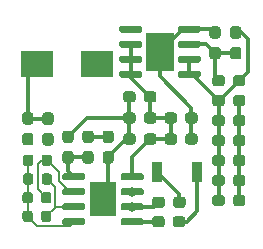
<source format=gbr>
%TF.GenerationSoftware,KiCad,Pcbnew,(5.1.6-0-10_14)*%
%TF.CreationDate,2020-10-30T22:45:03+08:00*%
%TF.ProjectId,Zeeuss,5a656575-7373-42e6-9b69-6361645f7063,rev?*%
%TF.SameCoordinates,Original*%
%TF.FileFunction,Copper,L1,Top*%
%TF.FilePolarity,Positive*%
%FSLAX46Y46*%
G04 Gerber Fmt 4.6, Leading zero omitted, Abs format (unit mm)*
G04 Created by KiCad (PCBNEW (5.1.6-0-10_14)) date 2020-10-30 22:45:03*
%MOMM*%
%LPD*%
G01*
G04 APERTURE LIST*
%TA.AperFunction,SMDPad,CuDef*%
%ADD10R,2.290000X3.000000*%
%TD*%
%TA.AperFunction,SMDPad,CuDef*%
%ADD11R,2.410000X3.300000*%
%TD*%
%TA.AperFunction,SMDPad,CuDef*%
%ADD12R,0.900000X1.700000*%
%TD*%
%TA.AperFunction,SMDPad,CuDef*%
%ADD13R,2.700000X2.200000*%
%TD*%
%TA.AperFunction,ViaPad*%
%ADD14C,0.800000*%
%TD*%
%TA.AperFunction,Conductor*%
%ADD15C,0.350000*%
%TD*%
%TA.AperFunction,Conductor*%
%ADD16C,0.200000*%
%TD*%
G04 APERTURE END LIST*
%TO.P,C12,2*%
%TO.N,Earth*%
%TA.AperFunction,SMDPad,CuDef*%
G36*
G01*
X118275000Y-108870832D02*
X118275000Y-108395832D01*
G75*
G02*
X118512500Y-108158332I237500J0D01*
G01*
X119087500Y-108158332D01*
G75*
G02*
X119325000Y-108395832I0J-237500D01*
G01*
X119325000Y-108870832D01*
G75*
G02*
X119087500Y-109108332I-237500J0D01*
G01*
X118512500Y-109108332D01*
G75*
G02*
X118275000Y-108870832I0J237500D01*
G01*
G37*
%TD.AperFunction*%
%TO.P,C12,1*%
%TO.N,+3V3*%
%TA.AperFunction,SMDPad,CuDef*%
G36*
G01*
X116525000Y-108870832D02*
X116525000Y-108395832D01*
G75*
G02*
X116762500Y-108158332I237500J0D01*
G01*
X117337500Y-108158332D01*
G75*
G02*
X117575000Y-108395832I0J-237500D01*
G01*
X117575000Y-108870832D01*
G75*
G02*
X117337500Y-109108332I-237500J0D01*
G01*
X116762500Y-109108332D01*
G75*
G02*
X116525000Y-108870832I0J237500D01*
G01*
G37*
%TD.AperFunction*%
%TD*%
%TO.P,C11,2*%
%TO.N,Earth*%
%TA.AperFunction,SMDPad,CuDef*%
G36*
G01*
X118275000Y-113945830D02*
X118275000Y-113470830D01*
G75*
G02*
X118512500Y-113233330I237500J0D01*
G01*
X119087500Y-113233330D01*
G75*
G02*
X119325000Y-113470830I0J-237500D01*
G01*
X119325000Y-113945830D01*
G75*
G02*
X119087500Y-114183330I-237500J0D01*
G01*
X118512500Y-114183330D01*
G75*
G02*
X118275000Y-113945830I0J237500D01*
G01*
G37*
%TD.AperFunction*%
%TO.P,C11,1*%
%TO.N,+3V3*%
%TA.AperFunction,SMDPad,CuDef*%
G36*
G01*
X116525000Y-113945830D02*
X116525000Y-113470830D01*
G75*
G02*
X116762500Y-113233330I237500J0D01*
G01*
X117337500Y-113233330D01*
G75*
G02*
X117575000Y-113470830I0J-237500D01*
G01*
X117575000Y-113945830D01*
G75*
G02*
X117337500Y-114183330I-237500J0D01*
G01*
X116762500Y-114183330D01*
G75*
G02*
X116525000Y-113945830I0J237500D01*
G01*
G37*
%TD.AperFunction*%
%TD*%
%TO.P,C10,2*%
%TO.N,Earth*%
%TA.AperFunction,SMDPad,CuDef*%
G36*
G01*
X118275000Y-112254164D02*
X118275000Y-111779164D01*
G75*
G02*
X118512500Y-111541664I237500J0D01*
G01*
X119087500Y-111541664D01*
G75*
G02*
X119325000Y-111779164I0J-237500D01*
G01*
X119325000Y-112254164D01*
G75*
G02*
X119087500Y-112491664I-237500J0D01*
G01*
X118512500Y-112491664D01*
G75*
G02*
X118275000Y-112254164I0J237500D01*
G01*
G37*
%TD.AperFunction*%
%TO.P,C10,1*%
%TO.N,+3V3*%
%TA.AperFunction,SMDPad,CuDef*%
G36*
G01*
X116525000Y-112254164D02*
X116525000Y-111779164D01*
G75*
G02*
X116762500Y-111541664I237500J0D01*
G01*
X117337500Y-111541664D01*
G75*
G02*
X117575000Y-111779164I0J-237500D01*
G01*
X117575000Y-112254164D01*
G75*
G02*
X117337500Y-112491664I-237500J0D01*
G01*
X116762500Y-112491664D01*
G75*
G02*
X116525000Y-112254164I0J237500D01*
G01*
G37*
%TD.AperFunction*%
%TD*%
%TO.P,C5,2*%
%TO.N,Earth*%
%TA.AperFunction,SMDPad,CuDef*%
G36*
G01*
X118275000Y-115637500D02*
X118275000Y-115162500D01*
G75*
G02*
X118512500Y-114925000I237500J0D01*
G01*
X119087500Y-114925000D01*
G75*
G02*
X119325000Y-115162500I0J-237500D01*
G01*
X119325000Y-115637500D01*
G75*
G02*
X119087500Y-115875000I-237500J0D01*
G01*
X118512500Y-115875000D01*
G75*
G02*
X118275000Y-115637500I0J237500D01*
G01*
G37*
%TD.AperFunction*%
%TO.P,C5,1*%
%TO.N,+3V3*%
%TA.AperFunction,SMDPad,CuDef*%
G36*
G01*
X116525000Y-115637500D02*
X116525000Y-115162500D01*
G75*
G02*
X116762500Y-114925000I237500J0D01*
G01*
X117337500Y-114925000D01*
G75*
G02*
X117575000Y-115162500I0J-237500D01*
G01*
X117575000Y-115637500D01*
G75*
G02*
X117337500Y-115875000I-237500J0D01*
G01*
X116762500Y-115875000D01*
G75*
G02*
X116525000Y-115637500I0J237500D01*
G01*
G37*
%TD.AperFunction*%
%TD*%
%TO.P,C2,2*%
%TO.N,Earth*%
%TA.AperFunction,SMDPad,CuDef*%
G36*
G01*
X118275000Y-110562498D02*
X118275000Y-110087498D01*
G75*
G02*
X118512500Y-109849998I237500J0D01*
G01*
X119087500Y-109849998D01*
G75*
G02*
X119325000Y-110087498I0J-237500D01*
G01*
X119325000Y-110562498D01*
G75*
G02*
X119087500Y-110799998I-237500J0D01*
G01*
X118512500Y-110799998D01*
G75*
G02*
X118275000Y-110562498I0J237500D01*
G01*
G37*
%TD.AperFunction*%
%TO.P,C2,1*%
%TO.N,+3V3*%
%TA.AperFunction,SMDPad,CuDef*%
G36*
G01*
X116525000Y-110562498D02*
X116525000Y-110087498D01*
G75*
G02*
X116762500Y-109849998I237500J0D01*
G01*
X117337500Y-109849998D01*
G75*
G02*
X117575000Y-110087498I0J-237500D01*
G01*
X117575000Y-110562498D01*
G75*
G02*
X117337500Y-110799998I-237500J0D01*
G01*
X116762500Y-110799998D01*
G75*
G02*
X116525000Y-110562498I0J237500D01*
G01*
G37*
%TD.AperFunction*%
%TD*%
%TO.P,C1,2*%
%TO.N,Earth*%
%TA.AperFunction,SMDPad,CuDef*%
G36*
G01*
X118275000Y-107179166D02*
X118275000Y-106704166D01*
G75*
G02*
X118512500Y-106466666I237500J0D01*
G01*
X119087500Y-106466666D01*
G75*
G02*
X119325000Y-106704166I0J-237500D01*
G01*
X119325000Y-107179166D01*
G75*
G02*
X119087500Y-107416666I-237500J0D01*
G01*
X118512500Y-107416666D01*
G75*
G02*
X118275000Y-107179166I0J237500D01*
G01*
G37*
%TD.AperFunction*%
%TO.P,C1,1*%
%TO.N,+3V3*%
%TA.AperFunction,SMDPad,CuDef*%
G36*
G01*
X116525000Y-107179166D02*
X116525000Y-106704166D01*
G75*
G02*
X116762500Y-106466666I237500J0D01*
G01*
X117337500Y-106466666D01*
G75*
G02*
X117575000Y-106704166I0J-237500D01*
G01*
X117575000Y-107179166D01*
G75*
G02*
X117337500Y-107416666I-237500J0D01*
G01*
X116762500Y-107416666D01*
G75*
G02*
X116525000Y-107179166I0J237500D01*
G01*
G37*
%TD.AperFunction*%
%TD*%
D10*
%TO.P,U2,9*%
%TO.N,Earth*%
X107250000Y-115300000D03*
%TO.P,U2,8*%
%TO.N,+5V*%
%TA.AperFunction,SMDPad,CuDef*%
G36*
G01*
X108750000Y-113545000D02*
X108750000Y-113245000D01*
G75*
G02*
X108900000Y-113095000I150000J0D01*
G01*
X110550000Y-113095000D01*
G75*
G02*
X110700000Y-113245000I0J-150000D01*
G01*
X110700000Y-113545000D01*
G75*
G02*
X110550000Y-113695000I-150000J0D01*
G01*
X108900000Y-113695000D01*
G75*
G02*
X108750000Y-113545000I0J150000D01*
G01*
G37*
%TD.AperFunction*%
%TO.P,U2,7*%
%TO.N,Net-(L2-Pad1)*%
%TA.AperFunction,SMDPad,CuDef*%
G36*
G01*
X108750000Y-114815000D02*
X108750000Y-114515000D01*
G75*
G02*
X108900000Y-114365000I150000J0D01*
G01*
X110550000Y-114365000D01*
G75*
G02*
X110700000Y-114515000I0J-150000D01*
G01*
X110700000Y-114815000D01*
G75*
G02*
X110550000Y-114965000I-150000J0D01*
G01*
X108900000Y-114965000D01*
G75*
G02*
X108750000Y-114815000I0J150000D01*
G01*
G37*
%TD.AperFunction*%
%TO.P,U2,6*%
%TO.N,Net-(C15-Pad1)*%
%TA.AperFunction,SMDPad,CuDef*%
G36*
G01*
X108750000Y-116085000D02*
X108750000Y-115785000D01*
G75*
G02*
X108900000Y-115635000I150000J0D01*
G01*
X110550000Y-115635000D01*
G75*
G02*
X110700000Y-115785000I0J-150000D01*
G01*
X110700000Y-116085000D01*
G75*
G02*
X110550000Y-116235000I-150000J0D01*
G01*
X108900000Y-116235000D01*
G75*
G02*
X108750000Y-116085000I0J150000D01*
G01*
G37*
%TD.AperFunction*%
%TO.P,U2,5*%
%TO.N,Net-(R3-Pad1)*%
%TA.AperFunction,SMDPad,CuDef*%
G36*
G01*
X108750000Y-117355000D02*
X108750000Y-117055000D01*
G75*
G02*
X108900000Y-116905000I150000J0D01*
G01*
X110550000Y-116905000D01*
G75*
G02*
X110700000Y-117055000I0J-150000D01*
G01*
X110700000Y-117355000D01*
G75*
G02*
X110550000Y-117505000I-150000J0D01*
G01*
X108900000Y-117505000D01*
G75*
G02*
X108750000Y-117355000I0J150000D01*
G01*
G37*
%TD.AperFunction*%
%TO.P,U2,4*%
%TO.N,Net-(D1-Pad1)*%
%TA.AperFunction,SMDPad,CuDef*%
G36*
G01*
X103800000Y-117355000D02*
X103800000Y-117055000D01*
G75*
G02*
X103950000Y-116905000I150000J0D01*
G01*
X105600000Y-116905000D01*
G75*
G02*
X105750000Y-117055000I0J-150000D01*
G01*
X105750000Y-117355000D01*
G75*
G02*
X105600000Y-117505000I-150000J0D01*
G01*
X103950000Y-117505000D01*
G75*
G02*
X103800000Y-117355000I0J150000D01*
G01*
G37*
%TD.AperFunction*%
%TO.P,U2,3*%
%TO.N,Net-(D2-Pad2)*%
%TA.AperFunction,SMDPad,CuDef*%
G36*
G01*
X103800000Y-116085000D02*
X103800000Y-115785000D01*
G75*
G02*
X103950000Y-115635000I150000J0D01*
G01*
X105600000Y-115635000D01*
G75*
G02*
X105750000Y-115785000I0J-150000D01*
G01*
X105750000Y-116085000D01*
G75*
G02*
X105600000Y-116235000I-150000J0D01*
G01*
X103950000Y-116235000D01*
G75*
G02*
X103800000Y-116085000I0J150000D01*
G01*
G37*
%TD.AperFunction*%
%TO.P,U2,2*%
%TO.N,Net-(D1-Pad2)*%
%TA.AperFunction,SMDPad,CuDef*%
G36*
G01*
X103800000Y-114815000D02*
X103800000Y-114515000D01*
G75*
G02*
X103950000Y-114365000I150000J0D01*
G01*
X105600000Y-114365000D01*
G75*
G02*
X105750000Y-114515000I0J-150000D01*
G01*
X105750000Y-114815000D01*
G75*
G02*
X105600000Y-114965000I-150000J0D01*
G01*
X103950000Y-114965000D01*
G75*
G02*
X103800000Y-114815000I0J150000D01*
G01*
G37*
%TD.AperFunction*%
%TO.P,U2,1*%
%TO.N,VBUS*%
%TA.AperFunction,SMDPad,CuDef*%
G36*
G01*
X103800000Y-113545000D02*
X103800000Y-113245000D01*
G75*
G02*
X103950000Y-113095000I150000J0D01*
G01*
X105600000Y-113095000D01*
G75*
G02*
X105750000Y-113245000I0J-150000D01*
G01*
X105750000Y-113545000D01*
G75*
G02*
X105600000Y-113695000I-150000J0D01*
G01*
X103950000Y-113695000D01*
G75*
G02*
X103800000Y-113545000I0J150000D01*
G01*
G37*
%TD.AperFunction*%
%TD*%
D11*
%TO.P,U1,9*%
%TO.N,Earth*%
X112100000Y-102800000D03*
%TO.P,U1,8*%
%TO.N,+5V*%
%TA.AperFunction,SMDPad,CuDef*%
G36*
G01*
X110600000Y-104555000D02*
X110600000Y-104855000D01*
G75*
G02*
X110450000Y-105005000I-150000J0D01*
G01*
X108800000Y-105005000D01*
G75*
G02*
X108650000Y-104855000I0J150000D01*
G01*
X108650000Y-104555000D01*
G75*
G02*
X108800000Y-104405000I150000J0D01*
G01*
X110450000Y-104405000D01*
G75*
G02*
X110600000Y-104555000I0J-150000D01*
G01*
G37*
%TD.AperFunction*%
%TO.P,U1,7*%
%TA.AperFunction,SMDPad,CuDef*%
G36*
G01*
X110600000Y-103285000D02*
X110600000Y-103585000D01*
G75*
G02*
X110450000Y-103735000I-150000J0D01*
G01*
X108800000Y-103735000D01*
G75*
G02*
X108650000Y-103585000I0J150000D01*
G01*
X108650000Y-103285000D01*
G75*
G02*
X108800000Y-103135000I150000J0D01*
G01*
X110450000Y-103135000D01*
G75*
G02*
X110600000Y-103285000I0J-150000D01*
G01*
G37*
%TD.AperFunction*%
%TO.P,U1,6*%
%TA.AperFunction,SMDPad,CuDef*%
G36*
G01*
X110600000Y-102015000D02*
X110600000Y-102315000D01*
G75*
G02*
X110450000Y-102465000I-150000J0D01*
G01*
X108800000Y-102465000D01*
G75*
G02*
X108650000Y-102315000I0J150000D01*
G01*
X108650000Y-102015000D01*
G75*
G02*
X108800000Y-101865000I150000J0D01*
G01*
X110450000Y-101865000D01*
G75*
G02*
X110600000Y-102015000I0J-150000D01*
G01*
G37*
%TD.AperFunction*%
%TO.P,U1,5*%
%TO.N,Net-(U1-Pad5)*%
%TA.AperFunction,SMDPad,CuDef*%
G36*
G01*
X110600000Y-100745000D02*
X110600000Y-101045000D01*
G75*
G02*
X110450000Y-101195000I-150000J0D01*
G01*
X108800000Y-101195000D01*
G75*
G02*
X108650000Y-101045000I0J150000D01*
G01*
X108650000Y-100745000D01*
G75*
G02*
X108800000Y-100595000I150000J0D01*
G01*
X110450000Y-100595000D01*
G75*
G02*
X110600000Y-100745000I0J-150000D01*
G01*
G37*
%TD.AperFunction*%
%TO.P,U1,4*%
%TO.N,Earth*%
%TA.AperFunction,SMDPad,CuDef*%
G36*
G01*
X115550000Y-100745000D02*
X115550000Y-101045000D01*
G75*
G02*
X115400000Y-101195000I-150000J0D01*
G01*
X113750000Y-101195000D01*
G75*
G02*
X113600000Y-101045000I0J150000D01*
G01*
X113600000Y-100745000D01*
G75*
G02*
X113750000Y-100595000I150000J0D01*
G01*
X115400000Y-100595000D01*
G75*
G02*
X115550000Y-100745000I0J-150000D01*
G01*
G37*
%TD.AperFunction*%
%TO.P,U1,3*%
%TO.N,Net-(C23-Pad2)*%
%TA.AperFunction,SMDPad,CuDef*%
G36*
G01*
X115550000Y-102015000D02*
X115550000Y-102315000D01*
G75*
G02*
X115400000Y-102465000I-150000J0D01*
G01*
X113750000Y-102465000D01*
G75*
G02*
X113600000Y-102315000I0J150000D01*
G01*
X113600000Y-102015000D01*
G75*
G02*
X113750000Y-101865000I150000J0D01*
G01*
X115400000Y-101865000D01*
G75*
G02*
X115550000Y-102015000I0J-150000D01*
G01*
G37*
%TD.AperFunction*%
%TO.P,U1,2*%
%TO.N,+3V3*%
%TA.AperFunction,SMDPad,CuDef*%
G36*
G01*
X115550000Y-103285000D02*
X115550000Y-103585000D01*
G75*
G02*
X115400000Y-103735000I-150000J0D01*
G01*
X113750000Y-103735000D01*
G75*
G02*
X113600000Y-103585000I0J150000D01*
G01*
X113600000Y-103285000D01*
G75*
G02*
X113750000Y-103135000I150000J0D01*
G01*
X115400000Y-103135000D01*
G75*
G02*
X115550000Y-103285000I0J-150000D01*
G01*
G37*
%TD.AperFunction*%
%TO.P,U1,1*%
%TA.AperFunction,SMDPad,CuDef*%
G36*
G01*
X115550000Y-104555000D02*
X115550000Y-104855000D01*
G75*
G02*
X115400000Y-105005000I-150000J0D01*
G01*
X113750000Y-105005000D01*
G75*
G02*
X113600000Y-104855000I0J150000D01*
G01*
X113600000Y-104555000D01*
G75*
G02*
X113750000Y-104405000I150000J0D01*
G01*
X115400000Y-104405000D01*
G75*
G02*
X115550000Y-104555000I0J-150000D01*
G01*
G37*
%TD.AperFunction*%
%TD*%
D12*
%TO.P,SW1,2*%
%TO.N,Earth*%
X111850000Y-113000000D03*
%TO.P,SW1,1*%
%TO.N,Net-(R3-Pad2)*%
X115250000Y-113000000D03*
%TD*%
%TO.P,R10,2*%
%TO.N,Net-(C23-Pad2)*%
%TA.AperFunction,SMDPad,CuDef*%
G36*
G01*
X116512500Y-102400000D02*
X116987500Y-102400000D01*
G75*
G02*
X117225000Y-102637500I0J-237500D01*
G01*
X117225000Y-103212500D01*
G75*
G02*
X116987500Y-103450000I-237500J0D01*
G01*
X116512500Y-103450000D01*
G75*
G02*
X116275000Y-103212500I0J237500D01*
G01*
X116275000Y-102637500D01*
G75*
G02*
X116512500Y-102400000I237500J0D01*
G01*
G37*
%TD.AperFunction*%
%TO.P,R10,1*%
%TO.N,Earth*%
%TA.AperFunction,SMDPad,CuDef*%
G36*
G01*
X116512500Y-100650000D02*
X116987500Y-100650000D01*
G75*
G02*
X117225000Y-100887500I0J-237500D01*
G01*
X117225000Y-101462500D01*
G75*
G02*
X116987500Y-101700000I-237500J0D01*
G01*
X116512500Y-101700000D01*
G75*
G02*
X116275000Y-101462500I0J237500D01*
G01*
X116275000Y-100887500D01*
G75*
G02*
X116512500Y-100650000I237500J0D01*
G01*
G37*
%TD.AperFunction*%
%TD*%
%TO.P,R9,2*%
%TO.N,+3V3*%
%TA.AperFunction,SMDPad,CuDef*%
G36*
G01*
X118275000Y-105487500D02*
X118275000Y-105012500D01*
G75*
G02*
X118512500Y-104775000I237500J0D01*
G01*
X119087500Y-104775000D01*
G75*
G02*
X119325000Y-105012500I0J-237500D01*
G01*
X119325000Y-105487500D01*
G75*
G02*
X119087500Y-105725000I-237500J0D01*
G01*
X118512500Y-105725000D01*
G75*
G02*
X118275000Y-105487500I0J237500D01*
G01*
G37*
%TD.AperFunction*%
%TO.P,R9,1*%
%TO.N,Net-(C23-Pad2)*%
%TA.AperFunction,SMDPad,CuDef*%
G36*
G01*
X116525000Y-105487500D02*
X116525000Y-105012500D01*
G75*
G02*
X116762500Y-104775000I237500J0D01*
G01*
X117337500Y-104775000D01*
G75*
G02*
X117575000Y-105012500I0J-237500D01*
G01*
X117575000Y-105487500D01*
G75*
G02*
X117337500Y-105725000I-237500J0D01*
G01*
X116762500Y-105725000D01*
G75*
G02*
X116525000Y-105487500I0J237500D01*
G01*
G37*
%TD.AperFunction*%
%TD*%
%TO.P,R5,2*%
%TO.N,Net-(C15-Pad1)*%
%TA.AperFunction,SMDPad,CuDef*%
G36*
G01*
X102362500Y-109700000D02*
X102837500Y-109700000D01*
G75*
G02*
X103075000Y-109937500I0J-237500D01*
G01*
X103075000Y-110512500D01*
G75*
G02*
X102837500Y-110750000I-237500J0D01*
G01*
X102362500Y-110750000D01*
G75*
G02*
X102125000Y-110512500I0J237500D01*
G01*
X102125000Y-109937500D01*
G75*
G02*
X102362500Y-109700000I237500J0D01*
G01*
G37*
%TD.AperFunction*%
%TO.P,R5,1*%
%TO.N,+BATT*%
%TA.AperFunction,SMDPad,CuDef*%
G36*
G01*
X102362500Y-107950000D02*
X102837500Y-107950000D01*
G75*
G02*
X103075000Y-108187500I0J-237500D01*
G01*
X103075000Y-108762500D01*
G75*
G02*
X102837500Y-109000000I-237500J0D01*
G01*
X102362500Y-109000000D01*
G75*
G02*
X102125000Y-108762500I0J237500D01*
G01*
X102125000Y-108187500D01*
G75*
G02*
X102362500Y-107950000I237500J0D01*
G01*
G37*
%TD.AperFunction*%
%TD*%
%TO.P,R3,2*%
%TO.N,Net-(R3-Pad2)*%
%TA.AperFunction,SMDPad,CuDef*%
G36*
G01*
X113175000Y-117437500D02*
X113175000Y-116962500D01*
G75*
G02*
X113412500Y-116725000I237500J0D01*
G01*
X113987500Y-116725000D01*
G75*
G02*
X114225000Y-116962500I0J-237500D01*
G01*
X114225000Y-117437500D01*
G75*
G02*
X113987500Y-117675000I-237500J0D01*
G01*
X113412500Y-117675000D01*
G75*
G02*
X113175000Y-117437500I0J237500D01*
G01*
G37*
%TD.AperFunction*%
%TO.P,R3,1*%
%TO.N,Net-(R3-Pad1)*%
%TA.AperFunction,SMDPad,CuDef*%
G36*
G01*
X111425000Y-117437500D02*
X111425000Y-116962500D01*
G75*
G02*
X111662500Y-116725000I237500J0D01*
G01*
X112237500Y-116725000D01*
G75*
G02*
X112475000Y-116962500I0J-237500D01*
G01*
X112475000Y-117437500D01*
G75*
G02*
X112237500Y-117675000I-237500J0D01*
G01*
X111662500Y-117675000D01*
G75*
G02*
X111425000Y-117437500I0J237500D01*
G01*
G37*
%TD.AperFunction*%
%TD*%
%TO.P,R1,2*%
%TO.N,Net-(C6-Pad1)*%
%TA.AperFunction,SMDPad,CuDef*%
G36*
G01*
X106237500Y-110525000D02*
X105762500Y-110525000D01*
G75*
G02*
X105525000Y-110287500I0J237500D01*
G01*
X105525000Y-109712500D01*
G75*
G02*
X105762500Y-109475000I237500J0D01*
G01*
X106237500Y-109475000D01*
G75*
G02*
X106475000Y-109712500I0J-237500D01*
G01*
X106475000Y-110287500D01*
G75*
G02*
X106237500Y-110525000I-237500J0D01*
G01*
G37*
%TD.AperFunction*%
%TO.P,R1,1*%
%TO.N,VBUS*%
%TA.AperFunction,SMDPad,CuDef*%
G36*
G01*
X106237500Y-112275000D02*
X105762500Y-112275000D01*
G75*
G02*
X105525000Y-112037500I0J237500D01*
G01*
X105525000Y-111462500D01*
G75*
G02*
X105762500Y-111225000I237500J0D01*
G01*
X106237500Y-111225000D01*
G75*
G02*
X106475000Y-111462500I0J-237500D01*
G01*
X106475000Y-112037500D01*
G75*
G02*
X106237500Y-112275000I-237500J0D01*
G01*
G37*
%TD.AperFunction*%
%TD*%
D13*
%TO.P,L2,2*%
%TO.N,+BATT*%
X101650000Y-103850000D03*
%TO.P,L2,1*%
%TO.N,Net-(L2-Pad1)*%
X106750000Y-103850000D03*
%TD*%
%TO.P,D4,2*%
%TO.N,Net-(D1-Pad1)*%
%TA.AperFunction,SMDPad,CuDef*%
G36*
G01*
X101322500Y-116493749D02*
X101322500Y-117006249D01*
G75*
G02*
X101103750Y-117224999I-218750J0D01*
G01*
X100666250Y-117224999D01*
G75*
G02*
X100447500Y-117006249I0J218750D01*
G01*
X100447500Y-116493749D01*
G75*
G02*
X100666250Y-116274999I218750J0D01*
G01*
X101103750Y-116274999D01*
G75*
G02*
X101322500Y-116493749I0J-218750D01*
G01*
G37*
%TD.AperFunction*%
%TO.P,D4,1*%
%TO.N,Net-(D2-Pad2)*%
%TA.AperFunction,SMDPad,CuDef*%
G36*
G01*
X102897500Y-116493749D02*
X102897500Y-117006249D01*
G75*
G02*
X102678750Y-117224999I-218750J0D01*
G01*
X102241250Y-117224999D01*
G75*
G02*
X102022500Y-117006249I0J218750D01*
G01*
X102022500Y-116493749D01*
G75*
G02*
X102241250Y-116274999I218750J0D01*
G01*
X102678750Y-116274999D01*
G75*
G02*
X102897500Y-116493749I0J-218750D01*
G01*
G37*
%TD.AperFunction*%
%TD*%
%TO.P,D3,2*%
%TO.N,Net-(D1-Pad1)*%
%TA.AperFunction,SMDPad,CuDef*%
G36*
G01*
X101322500Y-114910416D02*
X101322500Y-115422916D01*
G75*
G02*
X101103750Y-115641666I-218750J0D01*
G01*
X100666250Y-115641666D01*
G75*
G02*
X100447500Y-115422916I0J218750D01*
G01*
X100447500Y-114910416D01*
G75*
G02*
X100666250Y-114691666I218750J0D01*
G01*
X101103750Y-114691666D01*
G75*
G02*
X101322500Y-114910416I0J-218750D01*
G01*
G37*
%TD.AperFunction*%
%TO.P,D3,1*%
%TO.N,Net-(D1-Pad2)*%
%TA.AperFunction,SMDPad,CuDef*%
G36*
G01*
X102897500Y-114910416D02*
X102897500Y-115422916D01*
G75*
G02*
X102678750Y-115641666I-218750J0D01*
G01*
X102241250Y-115641666D01*
G75*
G02*
X102022500Y-115422916I0J218750D01*
G01*
X102022500Y-114910416D01*
G75*
G02*
X102241250Y-114691666I218750J0D01*
G01*
X102678750Y-114691666D01*
G75*
G02*
X102897500Y-114910416I0J-218750D01*
G01*
G37*
%TD.AperFunction*%
%TD*%
%TO.P,D2,2*%
%TO.N,Net-(D2-Pad2)*%
%TA.AperFunction,SMDPad,CuDef*%
G36*
G01*
X102062500Y-113839583D02*
X102062500Y-113327083D01*
G75*
G02*
X102281250Y-113108333I218750J0D01*
G01*
X102718750Y-113108333D01*
G75*
G02*
X102937500Y-113327083I0J-218750D01*
G01*
X102937500Y-113839583D01*
G75*
G02*
X102718750Y-114058333I-218750J0D01*
G01*
X102281250Y-114058333D01*
G75*
G02*
X102062500Y-113839583I0J218750D01*
G01*
G37*
%TD.AperFunction*%
%TO.P,D2,1*%
%TO.N,Net-(D1-Pad1)*%
%TA.AperFunction,SMDPad,CuDef*%
G36*
G01*
X100487500Y-113839583D02*
X100487500Y-113327083D01*
G75*
G02*
X100706250Y-113108333I218750J0D01*
G01*
X101143750Y-113108333D01*
G75*
G02*
X101362500Y-113327083I0J-218750D01*
G01*
X101362500Y-113839583D01*
G75*
G02*
X101143750Y-114058333I-218750J0D01*
G01*
X100706250Y-114058333D01*
G75*
G02*
X100487500Y-113839583I0J218750D01*
G01*
G37*
%TD.AperFunction*%
%TD*%
%TO.P,D1,2*%
%TO.N,Net-(D1-Pad2)*%
%TA.AperFunction,SMDPad,CuDef*%
G36*
G01*
X102062500Y-112256250D02*
X102062500Y-111743750D01*
G75*
G02*
X102281250Y-111525000I218750J0D01*
G01*
X102718750Y-111525000D01*
G75*
G02*
X102937500Y-111743750I0J-218750D01*
G01*
X102937500Y-112256250D01*
G75*
G02*
X102718750Y-112475000I-218750J0D01*
G01*
X102281250Y-112475000D01*
G75*
G02*
X102062500Y-112256250I0J218750D01*
G01*
G37*
%TD.AperFunction*%
%TO.P,D1,1*%
%TO.N,Net-(D1-Pad1)*%
%TA.AperFunction,SMDPad,CuDef*%
G36*
G01*
X100487500Y-112256250D02*
X100487500Y-111743750D01*
G75*
G02*
X100706250Y-111525000I218750J0D01*
G01*
X101143750Y-111525000D01*
G75*
G02*
X101362500Y-111743750I0J-218750D01*
G01*
X101362500Y-112256250D01*
G75*
G02*
X101143750Y-112475000I-218750J0D01*
G01*
X100706250Y-112475000D01*
G75*
G02*
X100487500Y-112256250I0J218750D01*
G01*
G37*
%TD.AperFunction*%
%TD*%
%TO.P,C23,2*%
%TO.N,Net-(C23-Pad2)*%
%TA.AperFunction,SMDPad,CuDef*%
G36*
G01*
X118262500Y-102400000D02*
X118737500Y-102400000D01*
G75*
G02*
X118975000Y-102637500I0J-237500D01*
G01*
X118975000Y-103212500D01*
G75*
G02*
X118737500Y-103450000I-237500J0D01*
G01*
X118262500Y-103450000D01*
G75*
G02*
X118025000Y-103212500I0J237500D01*
G01*
X118025000Y-102637500D01*
G75*
G02*
X118262500Y-102400000I237500J0D01*
G01*
G37*
%TD.AperFunction*%
%TO.P,C23,1*%
%TO.N,+3V3*%
%TA.AperFunction,SMDPad,CuDef*%
G36*
G01*
X118262500Y-100650000D02*
X118737500Y-100650000D01*
G75*
G02*
X118975000Y-100887500I0J-237500D01*
G01*
X118975000Y-101462500D01*
G75*
G02*
X118737500Y-101700000I-237500J0D01*
G01*
X118262500Y-101700000D01*
G75*
G02*
X118025000Y-101462500I0J237500D01*
G01*
X118025000Y-100887500D01*
G75*
G02*
X118262500Y-100650000I237500J0D01*
G01*
G37*
%TD.AperFunction*%
%TD*%
%TO.P,C22,2*%
%TO.N,Earth*%
%TA.AperFunction,SMDPad,CuDef*%
G36*
G01*
X110025000Y-109962500D02*
X110025000Y-110437500D01*
G75*
G02*
X109787500Y-110675000I-237500J0D01*
G01*
X109212500Y-110675000D01*
G75*
G02*
X108975000Y-110437500I0J237500D01*
G01*
X108975000Y-109962500D01*
G75*
G02*
X109212500Y-109725000I237500J0D01*
G01*
X109787500Y-109725000D01*
G75*
G02*
X110025000Y-109962500I0J-237500D01*
G01*
G37*
%TD.AperFunction*%
%TO.P,C22,1*%
%TO.N,+5V*%
%TA.AperFunction,SMDPad,CuDef*%
G36*
G01*
X111775000Y-109962500D02*
X111775000Y-110437500D01*
G75*
G02*
X111537500Y-110675000I-237500J0D01*
G01*
X110962500Y-110675000D01*
G75*
G02*
X110725000Y-110437500I0J237500D01*
G01*
X110725000Y-109962500D01*
G75*
G02*
X110962500Y-109725000I237500J0D01*
G01*
X111537500Y-109725000D01*
G75*
G02*
X111775000Y-109962500I0J-237500D01*
G01*
G37*
%TD.AperFunction*%
%TD*%
%TO.P,C17,2*%
%TO.N,Earth*%
%TA.AperFunction,SMDPad,CuDef*%
G36*
G01*
X100662500Y-109675000D02*
X101137500Y-109675000D01*
G75*
G02*
X101375000Y-109912500I0J-237500D01*
G01*
X101375000Y-110487500D01*
G75*
G02*
X101137500Y-110725000I-237500J0D01*
G01*
X100662500Y-110725000D01*
G75*
G02*
X100425000Y-110487500I0J237500D01*
G01*
X100425000Y-109912500D01*
G75*
G02*
X100662500Y-109675000I237500J0D01*
G01*
G37*
%TD.AperFunction*%
%TO.P,C17,1*%
%TO.N,+BATT*%
%TA.AperFunction,SMDPad,CuDef*%
G36*
G01*
X100662500Y-107925000D02*
X101137500Y-107925000D01*
G75*
G02*
X101375000Y-108162500I0J-237500D01*
G01*
X101375000Y-108737500D01*
G75*
G02*
X101137500Y-108975000I-237500J0D01*
G01*
X100662500Y-108975000D01*
G75*
G02*
X100425000Y-108737500I0J237500D01*
G01*
X100425000Y-108162500D01*
G75*
G02*
X100662500Y-107925000I237500J0D01*
G01*
G37*
%TD.AperFunction*%
%TD*%
%TO.P,C15,2*%
%TO.N,Earth*%
%TA.AperFunction,SMDPad,CuDef*%
G36*
G01*
X113200000Y-115787500D02*
X113200000Y-115312500D01*
G75*
G02*
X113437500Y-115075000I237500J0D01*
G01*
X114012500Y-115075000D01*
G75*
G02*
X114250000Y-115312500I0J-237500D01*
G01*
X114250000Y-115787500D01*
G75*
G02*
X114012500Y-116025000I-237500J0D01*
G01*
X113437500Y-116025000D01*
G75*
G02*
X113200000Y-115787500I0J237500D01*
G01*
G37*
%TD.AperFunction*%
%TO.P,C15,1*%
%TO.N,Net-(C15-Pad1)*%
%TA.AperFunction,SMDPad,CuDef*%
G36*
G01*
X111450000Y-115787500D02*
X111450000Y-115312500D01*
G75*
G02*
X111687500Y-115075000I237500J0D01*
G01*
X112262500Y-115075000D01*
G75*
G02*
X112500000Y-115312500I0J-237500D01*
G01*
X112500000Y-115787500D01*
G75*
G02*
X112262500Y-116025000I-237500J0D01*
G01*
X111687500Y-116025000D01*
G75*
G02*
X111450000Y-115787500I0J237500D01*
G01*
G37*
%TD.AperFunction*%
%TD*%
%TO.P,C9,2*%
%TO.N,Earth*%
%TA.AperFunction,SMDPad,CuDef*%
G36*
G01*
X114225000Y-110437500D02*
X114225000Y-109962500D01*
G75*
G02*
X114462500Y-109725000I237500J0D01*
G01*
X115037500Y-109725000D01*
G75*
G02*
X115275000Y-109962500I0J-237500D01*
G01*
X115275000Y-110437500D01*
G75*
G02*
X115037500Y-110675000I-237500J0D01*
G01*
X114462500Y-110675000D01*
G75*
G02*
X114225000Y-110437500I0J237500D01*
G01*
G37*
%TD.AperFunction*%
%TO.P,C9,1*%
%TO.N,+5V*%
%TA.AperFunction,SMDPad,CuDef*%
G36*
G01*
X112475000Y-110437500D02*
X112475000Y-109962500D01*
G75*
G02*
X112712500Y-109725000I237500J0D01*
G01*
X113287500Y-109725000D01*
G75*
G02*
X113525000Y-109962500I0J-237500D01*
G01*
X113525000Y-110437500D01*
G75*
G02*
X113287500Y-110675000I-237500J0D01*
G01*
X112712500Y-110675000D01*
G75*
G02*
X112475000Y-110437500I0J237500D01*
G01*
G37*
%TD.AperFunction*%
%TD*%
%TO.P,C8,2*%
%TO.N,Earth*%
%TA.AperFunction,SMDPad,CuDef*%
G36*
G01*
X104537500Y-110525000D02*
X104062500Y-110525000D01*
G75*
G02*
X103825000Y-110287500I0J237500D01*
G01*
X103825000Y-109712500D01*
G75*
G02*
X104062500Y-109475000I237500J0D01*
G01*
X104537500Y-109475000D01*
G75*
G02*
X104775000Y-109712500I0J-237500D01*
G01*
X104775000Y-110287500D01*
G75*
G02*
X104537500Y-110525000I-237500J0D01*
G01*
G37*
%TD.AperFunction*%
%TO.P,C8,1*%
%TO.N,VBUS*%
%TA.AperFunction,SMDPad,CuDef*%
G36*
G01*
X104537500Y-112275000D02*
X104062500Y-112275000D01*
G75*
G02*
X103825000Y-112037500I0J237500D01*
G01*
X103825000Y-111462500D01*
G75*
G02*
X104062500Y-111225000I237500J0D01*
G01*
X104537500Y-111225000D01*
G75*
G02*
X104775000Y-111462500I0J-237500D01*
G01*
X104775000Y-112037500D01*
G75*
G02*
X104537500Y-112275000I-237500J0D01*
G01*
G37*
%TD.AperFunction*%
%TD*%
%TO.P,C7,2*%
%TO.N,Earth*%
%TA.AperFunction,SMDPad,CuDef*%
G36*
G01*
X110025000Y-108175000D02*
X110025000Y-108650000D01*
G75*
G02*
X109787500Y-108887500I-237500J0D01*
G01*
X109212500Y-108887500D01*
G75*
G02*
X108975000Y-108650000I0J237500D01*
G01*
X108975000Y-108175000D01*
G75*
G02*
X109212500Y-107937500I237500J0D01*
G01*
X109787500Y-107937500D01*
G75*
G02*
X110025000Y-108175000I0J-237500D01*
G01*
G37*
%TD.AperFunction*%
%TO.P,C7,1*%
%TO.N,+5V*%
%TA.AperFunction,SMDPad,CuDef*%
G36*
G01*
X111775000Y-108175000D02*
X111775000Y-108650000D01*
G75*
G02*
X111537500Y-108887500I-237500J0D01*
G01*
X110962500Y-108887500D01*
G75*
G02*
X110725000Y-108650000I0J237500D01*
G01*
X110725000Y-108175000D01*
G75*
G02*
X110962500Y-107937500I237500J0D01*
G01*
X111537500Y-107937500D01*
G75*
G02*
X111775000Y-108175000I0J-237500D01*
G01*
G37*
%TD.AperFunction*%
%TD*%
%TO.P,C6,2*%
%TO.N,Earth*%
%TA.AperFunction,SMDPad,CuDef*%
G36*
G01*
X107462500Y-111225000D02*
X107937500Y-111225000D01*
G75*
G02*
X108175000Y-111462500I0J-237500D01*
G01*
X108175000Y-112037500D01*
G75*
G02*
X107937500Y-112275000I-237500J0D01*
G01*
X107462500Y-112275000D01*
G75*
G02*
X107225000Y-112037500I0J237500D01*
G01*
X107225000Y-111462500D01*
G75*
G02*
X107462500Y-111225000I237500J0D01*
G01*
G37*
%TD.AperFunction*%
%TO.P,C6,1*%
%TO.N,Net-(C6-Pad1)*%
%TA.AperFunction,SMDPad,CuDef*%
G36*
G01*
X107462500Y-109475000D02*
X107937500Y-109475000D01*
G75*
G02*
X108175000Y-109712500I0J-237500D01*
G01*
X108175000Y-110287500D01*
G75*
G02*
X107937500Y-110525000I-237500J0D01*
G01*
X107462500Y-110525000D01*
G75*
G02*
X107225000Y-110287500I0J237500D01*
G01*
X107225000Y-109712500D01*
G75*
G02*
X107462500Y-109475000I237500J0D01*
G01*
G37*
%TD.AperFunction*%
%TD*%
%TO.P,C4,2*%
%TO.N,Earth*%
%TA.AperFunction,SMDPad,CuDef*%
G36*
G01*
X114225000Y-108650000D02*
X114225000Y-108175000D01*
G75*
G02*
X114462500Y-107937500I237500J0D01*
G01*
X115037500Y-107937500D01*
G75*
G02*
X115275000Y-108175000I0J-237500D01*
G01*
X115275000Y-108650000D01*
G75*
G02*
X115037500Y-108887500I-237500J0D01*
G01*
X114462500Y-108887500D01*
G75*
G02*
X114225000Y-108650000I0J237500D01*
G01*
G37*
%TD.AperFunction*%
%TO.P,C4,1*%
%TO.N,+5V*%
%TA.AperFunction,SMDPad,CuDef*%
G36*
G01*
X112475000Y-108650000D02*
X112475000Y-108175000D01*
G75*
G02*
X112712500Y-107937500I237500J0D01*
G01*
X113287500Y-107937500D01*
G75*
G02*
X113525000Y-108175000I0J-237500D01*
G01*
X113525000Y-108650000D01*
G75*
G02*
X113287500Y-108887500I-237500J0D01*
G01*
X112712500Y-108887500D01*
G75*
G02*
X112475000Y-108650000I0J237500D01*
G01*
G37*
%TD.AperFunction*%
%TD*%
%TO.P,C3,2*%
%TO.N,Earth*%
%TA.AperFunction,SMDPad,CuDef*%
G36*
G01*
X110025000Y-106387500D02*
X110025000Y-106862500D01*
G75*
G02*
X109787500Y-107100000I-237500J0D01*
G01*
X109212500Y-107100000D01*
G75*
G02*
X108975000Y-106862500I0J237500D01*
G01*
X108975000Y-106387500D01*
G75*
G02*
X109212500Y-106150000I237500J0D01*
G01*
X109787500Y-106150000D01*
G75*
G02*
X110025000Y-106387500I0J-237500D01*
G01*
G37*
%TD.AperFunction*%
%TO.P,C3,1*%
%TO.N,+5V*%
%TA.AperFunction,SMDPad,CuDef*%
G36*
G01*
X111775000Y-106387500D02*
X111775000Y-106862500D01*
G75*
G02*
X111537500Y-107100000I-237500J0D01*
G01*
X110962500Y-107100000D01*
G75*
G02*
X110725000Y-106862500I0J237500D01*
G01*
X110725000Y-106387500D01*
G75*
G02*
X110962500Y-106150000I237500J0D01*
G01*
X111537500Y-106150000D01*
G75*
G02*
X111775000Y-106387500I0J-237500D01*
G01*
G37*
%TD.AperFunction*%
%TD*%
D14*
%TO.N,Net-(L2-Pad1)*%
X106800000Y-103850000D03*
%TO.N,Earth*%
X100900000Y-110200000D03*
X104300000Y-110000000D03*
X113725000Y-115550000D03*
X107250000Y-115300000D03*
X112100000Y-102800000D03*
X118800000Y-115400000D03*
%TO.N,+3V3*%
X117050000Y-112016664D03*
%TO.N,+5V*%
X113000000Y-110200000D03*
%TO.N,VBUS*%
X106000000Y-111750000D03*
%TO.N,Net-(C15-Pad1)*%
X109725000Y-115935000D03*
X102600000Y-110225000D03*
%TO.N,+BATT*%
X101650000Y-103850000D03*
%TO.N,Net-(L2-Pad1)*%
X109725000Y-114665000D03*
%TD*%
D15*
%TO.N,Earth*%
X114005000Y-100895000D02*
X114575000Y-100895000D01*
X112100000Y-102800000D02*
X114005000Y-100895000D01*
X116470000Y-100895000D02*
X116750000Y-101175000D01*
X114575000Y-100895000D02*
X116470000Y-100895000D01*
X109500000Y-110200000D02*
X109500000Y-106625000D01*
X112100000Y-102800000D02*
X112100000Y-104900000D01*
X114750000Y-107550000D02*
X114750000Y-108412500D01*
X112100000Y-104900000D02*
X114750000Y-107550000D01*
X114750000Y-110200000D02*
X114750000Y-108412500D01*
X113725000Y-114875000D02*
X111850000Y-113000000D01*
X107700000Y-114850000D02*
X107250000Y-115300000D01*
X107700000Y-111750000D02*
X107700000Y-114850000D01*
X105887500Y-108412500D02*
X109500000Y-108412500D01*
X104300000Y-110000000D02*
X105887500Y-108412500D01*
X118800000Y-115400000D02*
X118800000Y-106941666D01*
X113725000Y-115550000D02*
X113725000Y-114875000D01*
X109250000Y-110200000D02*
X107700000Y-111750000D01*
X109500000Y-110200000D02*
X109250000Y-110200000D01*
%TO.N,+3V3*%
X117050000Y-115400000D02*
X117050000Y-106941666D01*
X114575000Y-103435000D02*
X114575000Y-104705000D01*
X118975000Y-101175000D02*
X119550000Y-101750000D01*
X118500000Y-101175000D02*
X118975000Y-101175000D01*
X119550000Y-104500000D02*
X118800000Y-105250000D01*
X119550000Y-101750000D02*
X119550000Y-104500000D01*
X117050000Y-106941666D02*
X116811666Y-106941666D01*
X117108334Y-106941666D02*
X118800000Y-105250000D01*
X117050000Y-106941666D02*
X117108334Y-106941666D01*
X114813334Y-104705000D02*
X117050000Y-106941666D01*
X114575000Y-104705000D02*
X114813334Y-104705000D01*
%TO.N,+5V*%
X109625000Y-102165000D02*
X109625000Y-104705000D01*
X111250000Y-106625000D02*
X111250000Y-108412500D01*
X111250000Y-110200000D02*
X113000000Y-110200000D01*
X113000000Y-110200000D02*
X113000000Y-108412500D01*
X113000000Y-108412500D02*
X111250000Y-108412500D01*
X109625000Y-105000000D02*
X111250000Y-106625000D01*
X109625000Y-104705000D02*
X109625000Y-105000000D01*
X109725000Y-111725000D02*
X109725000Y-113395000D01*
X111250000Y-110200000D02*
X109725000Y-111725000D01*
%TO.N,Net-(C6-Pad1)*%
X107700000Y-110000000D02*
X106000000Y-110000000D01*
%TO.N,VBUS*%
X104300000Y-112920000D02*
X104775000Y-113395000D01*
X104300000Y-111750000D02*
X104300000Y-112920000D01*
X106000000Y-111750000D02*
X104300000Y-111750000D01*
%TO.N,Net-(C15-Pad1)*%
X111590000Y-115935000D02*
X111975000Y-115550000D01*
X109725000Y-115935000D02*
X111590000Y-115935000D01*
%TO.N,+BATT*%
X100925000Y-108475000D02*
X100900000Y-108450000D01*
X102600000Y-108475000D02*
X100925000Y-108475000D01*
X100900000Y-104600000D02*
X101650000Y-103850000D01*
X100900000Y-108450000D02*
X100900000Y-104600000D01*
%TO.N,Net-(C23-Pad2)*%
X118500000Y-102925000D02*
X116750000Y-102925000D01*
X116750000Y-104950000D02*
X117050000Y-105250000D01*
X116750000Y-102925000D02*
X116750000Y-104950000D01*
X115990000Y-102165000D02*
X114575000Y-102165000D01*
X116750000Y-102925000D02*
X115990000Y-102165000D01*
D16*
%TO.N,Net-(D1-Pad2)*%
X101762490Y-114469156D02*
X102460000Y-115166666D01*
X101762490Y-112300010D02*
X101762490Y-114469156D01*
X102062500Y-112000000D02*
X101762490Y-112300010D01*
X102500000Y-112000000D02*
X102062500Y-112000000D01*
X103499990Y-113731402D02*
X104433588Y-114665000D01*
X103499990Y-112999990D02*
X103499990Y-113731402D01*
X104433588Y-114665000D02*
X104775000Y-114665000D01*
X102500000Y-112000000D02*
X103499990Y-112999990D01*
D15*
%TO.N,Net-(D1-Pad1)*%
X100925000Y-116959999D02*
X100885000Y-116999999D01*
D16*
X101660010Y-117525009D02*
X100885000Y-116749999D01*
X104454991Y-117525009D02*
X101660010Y-117525009D01*
X104775000Y-117205000D02*
X104454991Y-117525009D01*
X100885000Y-116749999D02*
X100885000Y-111565000D01*
%TO.N,Net-(D2-Pad2)*%
X103274999Y-115935000D02*
X104775000Y-115935000D01*
X102460000Y-116749999D02*
X103274999Y-115935000D01*
X103197510Y-116012489D02*
X102460000Y-116749999D01*
X103197510Y-114280843D02*
X103197510Y-116012489D01*
X102500000Y-113583333D02*
X103197510Y-114280843D01*
D15*
%TO.N,Net-(R3-Pad2)*%
X113700000Y-117200000D02*
X114350000Y-117200000D01*
X115250000Y-116300000D02*
X115250000Y-113000000D01*
X114350000Y-117200000D02*
X115250000Y-116300000D01*
%TO.N,Net-(R3-Pad1)*%
X109730000Y-117200000D02*
X109725000Y-117205000D01*
X111950000Y-117200000D02*
X109730000Y-117200000D01*
%TD*%
M02*

</source>
